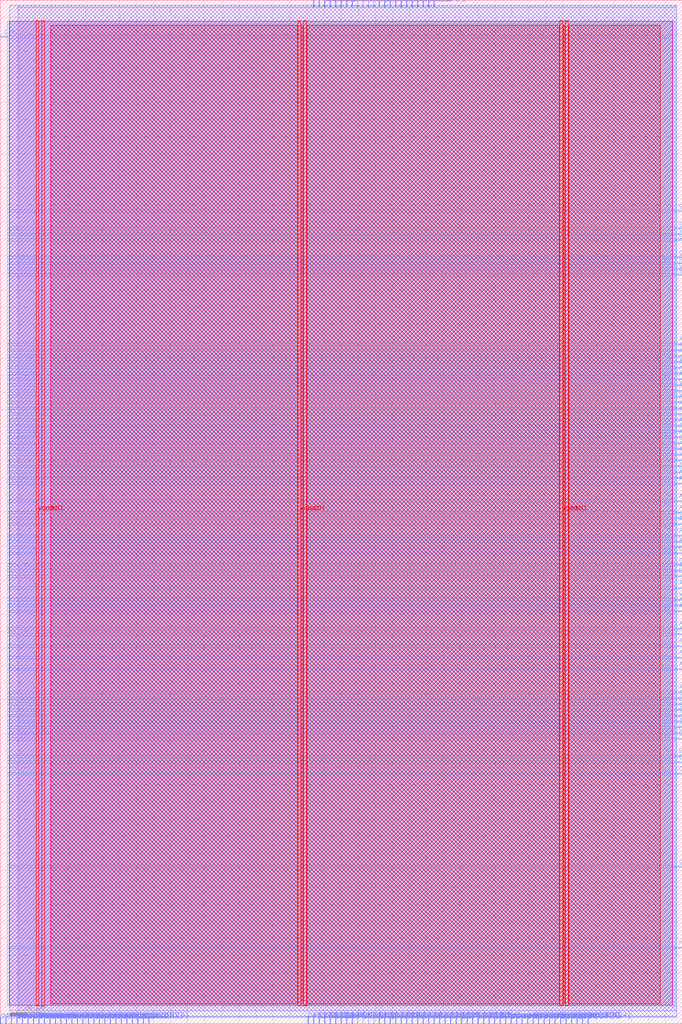
<source format=lef>
VERSION 5.7 ;
  NOWIREEXTENSIONATPIN ON ;
  DIVIDERCHAR "/" ;
  BUSBITCHARS "[]" ;
MACRO team_02
  CLASS BLOCK ;
  FOREIGN team_02 ;
  ORIGIN 0.000 0.000 ;
  SIZE 400.000 BY 600.000 ;
  PIN ACK_I
    DIRECTION INPUT ;
    USE SIGNAL ;
    ANTENNAGATEAREA 0.213000 ;
    ANTENNADIFFAREA 0.434700 ;
    PORT
      LAYER met3 ;
        RECT 396.000 193.840 400.000 194.440 ;
    END
  END ACK_I
  PIN ADR_O[0]
    DIRECTION OUTPUT ;
    USE SIGNAL ;
    ANTENNADIFFAREA 0.445500 ;
    PORT
      LAYER met3 ;
        RECT 396.000 255.040 400.000 255.640 ;
    END
  END ADR_O[0]
  PIN ADR_O[10]
    DIRECTION OUTPUT ;
    USE SIGNAL ;
    ANTENNADIFFAREA 0.445500 ;
    PORT
      LAYER met3 ;
        RECT 396.000 207.440 400.000 208.040 ;
    END
  END ADR_O[10]
  PIN ADR_O[11]
    DIRECTION OUTPUT ;
    USE SIGNAL ;
    ANTENNADIFFAREA 0.445500 ;
    PORT
      LAYER met3 ;
        RECT 396.000 231.240 400.000 231.840 ;
    END
  END ADR_O[11]
  PIN ADR_O[12]
    DIRECTION OUTPUT ;
    USE SIGNAL ;
    ANTENNADIFFAREA 0.445500 ;
    PORT
      LAYER met3 ;
        RECT 396.000 380.840 400.000 381.440 ;
    END
  END ADR_O[12]
  PIN ADR_O[13]
    DIRECTION OUTPUT ;
    USE SIGNAL ;
    ANTENNADIFFAREA 0.445500 ;
    PORT
      LAYER met3 ;
        RECT 396.000 333.240 400.000 333.840 ;
    END
  END ADR_O[13]
  PIN ADR_O[14]
    DIRECTION OUTPUT ;
    USE SIGNAL ;
    ANTENNADIFFAREA 0.445500 ;
    PORT
      LAYER met3 ;
        RECT 396.000 397.840 400.000 398.440 ;
    END
  END ADR_O[14]
  PIN ADR_O[15]
    DIRECTION OUTPUT ;
    USE SIGNAL ;
    ANTENNADIFFAREA 0.445500 ;
    PORT
      LAYER met3 ;
        RECT 396.000 265.240 400.000 265.840 ;
    END
  END ADR_O[15]
  PIN ADR_O[16]
    DIRECTION OUTPUT ;
    USE SIGNAL ;
    ANTENNADIFFAREA 0.445500 ;
    PORT
      LAYER met3 ;
        RECT 396.000 227.840 400.000 228.440 ;
    END
  END ADR_O[16]
  PIN ADR_O[17]
    DIRECTION OUTPUT ;
    USE SIGNAL ;
    ANTENNADIFFAREA 0.445500 ;
    PORT
      LAYER met3 ;
        RECT 396.000 221.040 400.000 221.640 ;
    END
  END ADR_O[17]
  PIN ADR_O[18]
    DIRECTION OUTPUT ;
    USE SIGNAL ;
    ANTENNADIFFAREA 0.445500 ;
    PORT
      LAYER met3 ;
        RECT 396.000 316.240 400.000 316.840 ;
    END
  END ADR_O[18]
  PIN ADR_O[19]
    DIRECTION OUTPUT ;
    USE SIGNAL ;
    ANTENNADIFFAREA 0.445500 ;
    PORT
      LAYER met3 ;
        RECT 396.000 299.240 400.000 299.840 ;
    END
  END ADR_O[19]
  PIN ADR_O[1]
    DIRECTION OUTPUT ;
    USE SIGNAL ;
    ANTENNADIFFAREA 0.445500 ;
    PORT
      LAYER met3 ;
        RECT 396.000 336.640 400.000 337.240 ;
    END
  END ADR_O[1]
  PIN ADR_O[20]
    DIRECTION OUTPUT ;
    USE SIGNAL ;
    ANTENNADIFFAREA 0.445500 ;
    PORT
      LAYER met3 ;
        RECT 396.000 319.640 400.000 320.240 ;
    END
  END ADR_O[20]
  PIN ADR_O[21]
    DIRECTION OUTPUT ;
    USE SIGNAL ;
    ANTENNADIFFAREA 0.445500 ;
    PORT
      LAYER met3 ;
        RECT 396.000 350.240 400.000 350.840 ;
    END
  END ADR_O[21]
  PIN ADR_O[22]
    DIRECTION OUTPUT ;
    USE SIGNAL ;
    ANTENNADIFFAREA 0.445500 ;
    PORT
      LAYER met3 ;
        RECT 396.000 357.040 400.000 357.640 ;
    END
  END ADR_O[22]
  PIN ADR_O[23]
    DIRECTION OUTPUT ;
    USE SIGNAL ;
    ANTENNADIFFAREA 0.445500 ;
    PORT
      LAYER met3 ;
        RECT 396.000 346.840 400.000 347.440 ;
    END
  END ADR_O[23]
  PIN ADR_O[24]
    DIRECTION OUTPUT ;
    USE SIGNAL ;
    ANTENNADIFFAREA 0.445500 ;
    PORT
      LAYER met3 ;
        RECT 396.000 394.440 400.000 395.040 ;
    END
  END ADR_O[24]
  PIN ADR_O[25]
    DIRECTION OUTPUT ;
    USE SIGNAL ;
    ANTENNADIFFAREA 0.445500 ;
    PORT
      LAYER met3 ;
        RECT 396.000 391.040 400.000 391.640 ;
    END
  END ADR_O[25]
  PIN ADR_O[26]
    DIRECTION OUTPUT ;
    USE SIGNAL ;
    ANTENNADIFFAREA 0.445500 ;
    PORT
      LAYER met3 ;
        RECT 396.000 384.240 400.000 384.840 ;
    END
  END ADR_O[26]
  PIN ADR_O[27]
    DIRECTION OUTPUT ;
    USE SIGNAL ;
    ANTENNADIFFAREA 0.445500 ;
    PORT
      LAYER met3 ;
        RECT 396.000 377.440 400.000 378.040 ;
    END
  END ADR_O[27]
  PIN ADR_O[28]
    DIRECTION OUTPUT ;
    USE SIGNAL ;
    ANTENNADIFFAREA 0.445500 ;
    PORT
      LAYER met3 ;
        RECT 396.000 343.440 400.000 344.040 ;
    END
  END ADR_O[28]
  PIN ADR_O[29]
    DIRECTION OUTPUT ;
    USE SIGNAL ;
    ANTENNADIFFAREA 0.445500 ;
    PORT
      LAYER met3 ;
        RECT 396.000 370.640 400.000 371.240 ;
    END
  END ADR_O[29]
  PIN ADR_O[2]
    DIRECTION OUTPUT ;
    USE SIGNAL ;
    ANTENNADIFFAREA 0.445500 ;
    PORT
      LAYER met3 ;
        RECT 396.000 292.440 400.000 293.040 ;
    END
  END ADR_O[2]
  PIN ADR_O[30]
    DIRECTION OUTPUT ;
    USE SIGNAL ;
    ANTENNADIFFAREA 0.445500 ;
    PORT
      LAYER met3 ;
        RECT 396.000 363.840 400.000 364.440 ;
    END
  END ADR_O[30]
  PIN ADR_O[31]
    DIRECTION OUTPUT ;
    USE SIGNAL ;
    ANTENNADIFFAREA 0.445500 ;
    PORT
      LAYER met3 ;
        RECT 396.000 360.440 400.000 361.040 ;
    END
  END ADR_O[31]
  PIN ADR_O[3]
    DIRECTION OUTPUT ;
    USE SIGNAL ;
    ANTENNADIFFAREA 0.445500 ;
    PORT
      LAYER met3 ;
        RECT 396.000 306.040 400.000 306.640 ;
    END
  END ADR_O[3]
  PIN ADR_O[4]
    DIRECTION OUTPUT ;
    USE SIGNAL ;
    ANTENNADIFFAREA 0.445500 ;
    PORT
      LAYER met3 ;
        RECT 396.000 329.840 400.000 330.440 ;
    END
  END ADR_O[4]
  PIN ADR_O[5]
    DIRECTION OUTPUT ;
    USE SIGNAL ;
    ANTENNADIFFAREA 0.445500 ;
    PORT
      LAYER met3 ;
        RECT 396.000 285.640 400.000 286.240 ;
    END
  END ADR_O[5]
  PIN ADR_O[6]
    DIRECTION OUTPUT ;
    USE SIGNAL ;
    ANTENNADIFFAREA 0.445500 ;
    PORT
      LAYER met3 ;
        RECT 396.000 244.840 400.000 245.440 ;
    END
  END ADR_O[6]
  PIN ADR_O[7]
    DIRECTION OUTPUT ;
    USE SIGNAL ;
    ANTENNADIFFAREA 0.445500 ;
    PORT
      LAYER met3 ;
        RECT 396.000 278.840 400.000 279.440 ;
    END
  END ADR_O[7]
  PIN ADR_O[8]
    DIRECTION OUTPUT ;
    USE SIGNAL ;
    ANTENNADIFFAREA 0.445500 ;
    PORT
      LAYER met3 ;
        RECT 396.000 241.440 400.000 242.040 ;
    END
  END ADR_O[8]
  PIN ADR_O[9]
    DIRECTION OUTPUT ;
    USE SIGNAL ;
    ANTENNADIFFAREA 0.445500 ;
    PORT
      LAYER met3 ;
        RECT 396.000 214.240 400.000 214.840 ;
    END
  END ADR_O[9]
  PIN CYC_O
    DIRECTION OUTPUT ;
    USE SIGNAL ;
    ANTENNADIFFAREA 0.445500 ;
    PORT
      LAYER met3 ;
        RECT 396.000 187.040 400.000 187.640 ;
    END
  END CYC_O
  PIN DAT_I[0]
    DIRECTION INPUT ;
    USE SIGNAL ;
    ANTENNAGATEAREA 0.196500 ;
    ANTENNADIFFAREA 0.434700 ;
    PORT
      LAYER met2 ;
        RECT 286.670 0.000 286.950 4.000 ;
    END
  END DAT_I[0]
  PIN DAT_I[10]
    DIRECTION INPUT ;
    USE SIGNAL ;
    ANTENNAGATEAREA 0.196500 ;
    ANTENNADIFFAREA 0.434700 ;
    PORT
      LAYER met2 ;
        RECT 283.450 0.000 283.730 4.000 ;
    END
  END DAT_I[10]
  PIN DAT_I[11]
    DIRECTION INPUT ;
    USE SIGNAL ;
    ANTENNAGATEAREA 0.196500 ;
    ANTENNADIFFAREA 0.434700 ;
    PORT
      LAYER met2 ;
        RECT 260.910 0.000 261.190 4.000 ;
    END
  END DAT_I[11]
  PIN DAT_I[12]
    DIRECTION INPUT ;
    USE SIGNAL ;
    ANTENNAGATEAREA 0.196500 ;
    ANTENNADIFFAREA 0.434700 ;
    PORT
      LAYER met2 ;
        RECT 273.790 0.000 274.070 4.000 ;
    END
  END DAT_I[12]
  PIN DAT_I[13]
    DIRECTION INPUT ;
    USE SIGNAL ;
    ANTENNAGATEAREA 0.196500 ;
    ANTENNADIFFAREA 0.434700 ;
    PORT
      LAYER met2 ;
        RECT 267.350 0.000 267.630 4.000 ;
    END
  END DAT_I[13]
  PIN DAT_I[14]
    DIRECTION INPUT ;
    USE SIGNAL ;
    ANTENNAGATEAREA 0.196500 ;
    ANTENNADIFFAREA 0.434700 ;
    PORT
      LAYER met2 ;
        RECT 264.130 0.000 264.410 4.000 ;
    END
  END DAT_I[14]
  PIN DAT_I[15]
    DIRECTION INPUT ;
    USE SIGNAL ;
    ANTENNAGATEAREA 0.196500 ;
    ANTENNADIFFAREA 0.434700 ;
    PORT
      LAYER met2 ;
        RECT 241.590 0.000 241.870 4.000 ;
    END
  END DAT_I[15]
  PIN DAT_I[16]
    DIRECTION INPUT ;
    USE SIGNAL ;
    ANTENNAGATEAREA 0.196500 ;
    ANTENNADIFFAREA 0.434700 ;
    PORT
      LAYER met2 ;
        RECT 225.490 0.000 225.770 4.000 ;
    END
  END DAT_I[16]
  PIN DAT_I[17]
    DIRECTION INPUT ;
    USE SIGNAL ;
    ANTENNAGATEAREA 0.196500 ;
    ANTENNADIFFAREA 0.434700 ;
    PORT
      LAYER met2 ;
        RECT 180.410 0.000 180.690 4.000 ;
    END
  END DAT_I[17]
  PIN DAT_I[18]
    DIRECTION INPUT ;
    USE SIGNAL ;
    ANTENNAGATEAREA 0.196500 ;
    ANTENNADIFFAREA 0.434700 ;
    PORT
      LAYER met2 ;
        RECT 193.290 0.000 193.570 4.000 ;
    END
  END DAT_I[18]
  PIN DAT_I[19]
    DIRECTION INPUT ;
    USE SIGNAL ;
    ANTENNAGATEAREA 0.196500 ;
    ANTENNADIFFAREA 0.434700 ;
    PORT
      LAYER met2 ;
        RECT 186.850 0.000 187.130 4.000 ;
    END
  END DAT_I[19]
  PIN DAT_I[1]
    DIRECTION INPUT ;
    USE SIGNAL ;
    ANTENNAGATEAREA 0.196500 ;
    ANTENNADIFFAREA 0.434700 ;
    PORT
      LAYER met3 ;
        RECT 396.000 156.440 400.000 157.040 ;
    END
  END DAT_I[1]
  PIN DAT_I[20]
    DIRECTION INPUT ;
    USE SIGNAL ;
    ANTENNAGATEAREA 0.196500 ;
    ANTENNADIFFAREA 0.434700 ;
    PORT
      LAYER met2 ;
        RECT 219.050 0.000 219.330 4.000 ;
    END
  END DAT_I[20]
  PIN DAT_I[21]
    DIRECTION INPUT ;
    USE SIGNAL ;
    ANTENNAGATEAREA 0.196500 ;
    ANTENNADIFFAREA 0.434700 ;
    PORT
      LAYER met2 ;
        RECT 209.390 0.000 209.670 4.000 ;
    END
  END DAT_I[21]
  PIN DAT_I[22]
    DIRECTION INPUT ;
    USE SIGNAL ;
    ANTENNAGATEAREA 0.196500 ;
    ANTENNADIFFAREA 0.434700 ;
    PORT
      LAYER met2 ;
        RECT 222.270 0.000 222.550 4.000 ;
    END
  END DAT_I[22]
  PIN DAT_I[23]
    DIRECTION INPUT ;
    USE SIGNAL ;
    ANTENNAGATEAREA 0.196500 ;
    ANTENNADIFFAREA 0.434700 ;
    PORT
      LAYER met2 ;
        RECT 183.630 0.000 183.910 4.000 ;
    END
  END DAT_I[23]
  PIN DAT_I[24]
    DIRECTION INPUT ;
    USE SIGNAL ;
    ANTENNAGATEAREA 0.196500 ;
    ANTENNADIFFAREA 0.434700 ;
    PORT
      LAYER met2 ;
        RECT 190.070 0.000 190.350 4.000 ;
    END
  END DAT_I[24]
  PIN DAT_I[25]
    DIRECTION INPUT ;
    USE SIGNAL ;
    ANTENNAGATEAREA 0.196500 ;
    ANTENNADIFFAREA 0.434700 ;
    PORT
      LAYER met2 ;
        RECT 231.930 0.000 232.210 4.000 ;
    END
  END DAT_I[25]
  PIN DAT_I[26]
    DIRECTION INPUT ;
    USE SIGNAL ;
    ANTENNAGATEAREA 0.196500 ;
    ANTENNADIFFAREA 0.434700 ;
    PORT
      LAYER met2 ;
        RECT 238.370 0.000 238.650 4.000 ;
    END
  END DAT_I[26]
  PIN DAT_I[27]
    DIRECTION INPUT ;
    USE SIGNAL ;
    ANTENNAGATEAREA 0.196500 ;
    ANTENNADIFFAREA 0.434700 ;
    PORT
      LAYER met2 ;
        RECT 235.150 0.000 235.430 4.000 ;
    END
  END DAT_I[27]
  PIN DAT_I[28]
    DIRECTION INPUT ;
    USE SIGNAL ;
    ANTENNAGATEAREA 0.196500 ;
    ANTENNADIFFAREA 0.434700 ;
    PORT
      LAYER met2 ;
        RECT 251.250 0.000 251.530 4.000 ;
    END
  END DAT_I[28]
  PIN DAT_I[29]
    DIRECTION INPUT ;
    USE SIGNAL ;
    ANTENNAGATEAREA 0.196500 ;
    ANTENNADIFFAREA 0.434700 ;
    PORT
      LAYER met2 ;
        RECT 244.810 0.000 245.090 4.000 ;
    END
  END DAT_I[29]
  PIN DAT_I[2]
    DIRECTION INPUT ;
    USE SIGNAL ;
    ANTENNAGATEAREA 0.196500 ;
    ANTENNADIFFAREA 0.434700 ;
    PORT
      LAYER met2 ;
        RECT 277.010 0.000 277.290 4.000 ;
    END
  END DAT_I[2]
  PIN DAT_I[30]
    DIRECTION INPUT ;
    USE SIGNAL ;
    ANTENNAGATEAREA 0.196500 ;
    ANTENNADIFFAREA 0.434700 ;
    PORT
      LAYER met2 ;
        RECT 254.470 0.000 254.750 4.000 ;
    END
  END DAT_I[30]
  PIN DAT_I[31]
    DIRECTION INPUT ;
    USE SIGNAL ;
    ANTENNAGATEAREA 0.196500 ;
    ANTENNADIFFAREA 0.434700 ;
    PORT
      LAYER met2 ;
        RECT 248.030 0.000 248.310 4.000 ;
    END
  END DAT_I[31]
  PIN DAT_I[3]
    DIRECTION INPUT ;
    USE SIGNAL ;
    ANTENNAGATEAREA 0.196500 ;
    ANTENNADIFFAREA 0.434700 ;
    PORT
      LAYER met3 ;
        RECT 396.000 166.640 400.000 167.240 ;
    END
  END DAT_I[3]
  PIN DAT_I[4]
    DIRECTION INPUT ;
    USE SIGNAL ;
    ANTENNAGATEAREA 0.196500 ;
    ANTENNADIFFAREA 0.434700 ;
    PORT
      LAYER met3 ;
        RECT 396.000 170.040 400.000 170.640 ;
    END
  END DAT_I[4]
  PIN DAT_I[5]
    DIRECTION INPUT ;
    USE SIGNAL ;
    ANTENNAGATEAREA 0.196500 ;
    ANTENNADIFFAREA 0.434700 ;
    PORT
      LAYER met3 ;
        RECT 396.000 153.040 400.000 153.640 ;
    END
  END DAT_I[5]
  PIN DAT_I[6]
    DIRECTION INPUT ;
    USE SIGNAL ;
    ANTENNAGATEAREA 0.196500 ;
    ANTENNADIFFAREA 0.434700 ;
    PORT
      LAYER met3 ;
        RECT 396.000 146.240 400.000 146.840 ;
    END
  END DAT_I[6]
  PIN DAT_I[7]
    DIRECTION INPUT ;
    USE SIGNAL ;
    ANTENNAGATEAREA 0.196500 ;
    ANTENNADIFFAREA 0.434700 ;
    PORT
      LAYER met2 ;
        RECT 257.690 0.000 257.970 4.000 ;
    END
  END DAT_I[7]
  PIN DAT_I[8]
    DIRECTION INPUT ;
    USE SIGNAL ;
    ANTENNAGATEAREA 0.196500 ;
    ANTENNADIFFAREA 0.434700 ;
    PORT
      LAYER met2 ;
        RECT 344.630 0.000 344.910 4.000 ;
    END
  END DAT_I[8]
  PIN DAT_I[9]
    DIRECTION INPUT ;
    USE SIGNAL ;
    ANTENNAGATEAREA 0.196500 ;
    ANTENNADIFFAREA 0.434700 ;
    PORT
      LAYER met2 ;
        RECT 280.230 0.000 280.510 4.000 ;
    END
  END DAT_I[9]
  PIN DAT_O[0]
    DIRECTION OUTPUT ;
    USE SIGNAL ;
    ANTENNADIFFAREA 0.795200 ;
    PORT
      LAYER met2 ;
        RECT 254.470 596.000 254.750 600.000 ;
    END
  END DAT_O[0]
  PIN DAT_O[10]
    DIRECTION OUTPUT ;
    USE SIGNAL ;
    ANTENNADIFFAREA 0.445500 ;
    PORT
      LAYER met2 ;
        RECT 228.710 0.000 228.990 4.000 ;
    END
  END DAT_O[10]
  PIN DAT_O[11]
    DIRECTION OUTPUT ;
    USE SIGNAL ;
    ANTENNADIFFAREA 0.445500 ;
    PORT
      LAYER met2 ;
        RECT 215.830 0.000 216.110 4.000 ;
    END
  END DAT_O[11]
  PIN DAT_O[12]
    DIRECTION OUTPUT ;
    USE SIGNAL ;
    ANTENNADIFFAREA 0.795200 ;
    PORT
      LAYER met2 ;
        RECT 183.630 596.000 183.910 600.000 ;
    END
  END DAT_O[12]
  PIN DAT_O[13]
    DIRECTION OUTPUT ;
    USE SIGNAL ;
    ANTENNADIFFAREA 0.795200 ;
    PORT
      LAYER met2 ;
        RECT 228.710 596.000 228.990 600.000 ;
    END
  END DAT_O[13]
  PIN DAT_O[14]
    DIRECTION OUTPUT ;
    USE SIGNAL ;
    ANTENNADIFFAREA 0.795200 ;
    PORT
      LAYER met2 ;
        RECT 193.290 596.000 193.570 600.000 ;
    END
  END DAT_O[14]
  PIN DAT_O[15]
    DIRECTION OUTPUT ;
    USE SIGNAL ;
    ANTENNADIFFAREA 0.445500 ;
    PORT
      LAYER met3 ;
        RECT 396.000 261.840 400.000 262.440 ;
    END
  END DAT_O[15]
  PIN DAT_O[16]
    DIRECTION OUTPUT ;
    USE SIGNAL ;
    ANTENNADIFFAREA 0.795200 ;
    PORT
      LAYER met2 ;
        RECT 206.170 596.000 206.450 600.000 ;
    END
  END DAT_O[16]
  PIN DAT_O[17]
    DIRECTION OUTPUT ;
    USE SIGNAL ;
    ANTENNADIFFAREA 0.795200 ;
    PORT
      LAYER met2 ;
        RECT 186.850 596.000 187.130 600.000 ;
    END
  END DAT_O[17]
  PIN DAT_O[18]
    DIRECTION OUTPUT ;
    USE SIGNAL ;
    ANTENNADIFFAREA 0.795200 ;
    PORT
      LAYER met2 ;
        RECT 222.270 596.000 222.550 600.000 ;
    END
  END DAT_O[18]
  PIN DAT_O[19]
    DIRECTION OUTPUT ;
    USE SIGNAL ;
    ANTENNADIFFAREA 0.795200 ;
    PORT
      LAYER met2 ;
        RECT 202.950 596.000 203.230 600.000 ;
    END
  END DAT_O[19]
  PIN DAT_O[1]
    DIRECTION OUTPUT ;
    USE SIGNAL ;
    ANTENNADIFFAREA 0.795200 ;
    PORT
      LAYER met2 ;
        RECT 209.390 596.000 209.670 600.000 ;
    END
  END DAT_O[1]
  PIN DAT_O[20]
    DIRECTION OUTPUT ;
    USE SIGNAL ;
    ANTENNADIFFAREA 0.795200 ;
    PORT
      LAYER met2 ;
        RECT 199.730 596.000 200.010 600.000 ;
    END
  END DAT_O[20]
  PIN DAT_O[21]
    DIRECTION OUTPUT ;
    USE SIGNAL ;
    ANTENNADIFFAREA 0.795200 ;
    PORT
      LAYER met2 ;
        RECT 215.830 596.000 216.110 600.000 ;
    END
  END DAT_O[21]
  PIN DAT_O[22]
    DIRECTION OUTPUT ;
    USE SIGNAL ;
    ANTENNADIFFAREA 0.795200 ;
    PORT
      LAYER met2 ;
        RECT 241.590 596.000 241.870 600.000 ;
    END
  END DAT_O[22]
  PIN DAT_O[23]
    DIRECTION OUTPUT ;
    USE SIGNAL ;
    ANTENNADIFFAREA 0.795200 ;
    PORT
      LAYER met2 ;
        RECT 196.510 596.000 196.790 600.000 ;
    END
  END DAT_O[23]
  PIN DAT_O[24]
    DIRECTION OUTPUT ;
    USE SIGNAL ;
    ANTENNADIFFAREA 0.795200 ;
    PORT
      LAYER met2 ;
        RECT 225.490 596.000 225.770 600.000 ;
    END
  END DAT_O[24]
  PIN DAT_O[25]
    DIRECTION OUTPUT ;
    USE SIGNAL ;
    ANTENNADIFFAREA 0.795200 ;
    PORT
      LAYER met2 ;
        RECT 219.050 596.000 219.330 600.000 ;
    END
  END DAT_O[25]
  PIN DAT_O[26]
    DIRECTION OUTPUT ;
    USE SIGNAL ;
    ANTENNADIFFAREA 0.795200 ;
    PORT
      LAYER met2 ;
        RECT 251.250 596.000 251.530 600.000 ;
    END
  END DAT_O[26]
  PIN DAT_O[27]
    DIRECTION OUTPUT ;
    USE SIGNAL ;
    ANTENNADIFFAREA 0.795200 ;
    PORT
      LAYER met2 ;
        RECT 235.150 596.000 235.430 600.000 ;
    END
  END DAT_O[27]
  PIN DAT_O[28]
    DIRECTION OUTPUT ;
    USE SIGNAL ;
    ANTENNADIFFAREA 0.795200 ;
    PORT
      LAYER met2 ;
        RECT 248.030 596.000 248.310 600.000 ;
    END
  END DAT_O[28]
  PIN DAT_O[29]
    DIRECTION OUTPUT ;
    USE SIGNAL ;
    ANTENNADIFFAREA 0.795200 ;
    PORT
      LAYER met2 ;
        RECT 238.370 596.000 238.650 600.000 ;
    END
  END DAT_O[29]
  PIN DAT_O[2]
    DIRECTION OUTPUT ;
    USE SIGNAL ;
    ANTENNADIFFAREA 0.445500 ;
    PORT
      LAYER met2 ;
        RECT 199.730 0.000 200.010 4.000 ;
    END
  END DAT_O[2]
  PIN DAT_O[30]
    DIRECTION OUTPUT ;
    USE SIGNAL ;
    ANTENNADIFFAREA 0.795200 ;
    PORT
      LAYER met2 ;
        RECT 231.930 596.000 232.210 600.000 ;
    END
  END DAT_O[30]
  PIN DAT_O[31]
    DIRECTION OUTPUT ;
    USE SIGNAL ;
    ANTENNADIFFAREA 0.795200 ;
    PORT
      LAYER met2 ;
        RECT 212.610 596.000 212.890 600.000 ;
    END
  END DAT_O[31]
  PIN DAT_O[3]
    DIRECTION OUTPUT ;
    USE SIGNAL ;
    ANTENNADIFFAREA 0.795200 ;
    PORT
      LAYER met2 ;
        RECT 244.810 596.000 245.090 600.000 ;
    END
  END DAT_O[3]
  PIN DAT_O[4]
    DIRECTION OUTPUT ;
    USE SIGNAL ;
    ANTENNADIFFAREA 0.795200 ;
    PORT
      LAYER met2 ;
        RECT 190.070 596.000 190.350 600.000 ;
    END
  END DAT_O[4]
  PIN DAT_O[5]
    DIRECTION OUTPUT ;
    USE SIGNAL ;
    ANTENNADIFFAREA 0.445500 ;
    PORT
      LAYER met3 ;
        RECT 396.000 275.440 400.000 276.040 ;
    END
  END DAT_O[5]
  PIN DAT_O[6]
    DIRECTION OUTPUT ;
    USE SIGNAL ;
    ANTENNADIFFAREA 0.445500 ;
    PORT
      LAYER met2 ;
        RECT 212.610 0.000 212.890 4.000 ;
    END
  END DAT_O[6]
  PIN DAT_O[7]
    DIRECTION OUTPUT ;
    USE SIGNAL ;
    ANTENNADIFFAREA 0.445500 ;
    PORT
      LAYER met2 ;
        RECT 196.510 0.000 196.790 4.000 ;
    END
  END DAT_O[7]
  PIN DAT_O[8]
    DIRECTION OUTPUT ;
    USE SIGNAL ;
    ANTENNADIFFAREA 0.445500 ;
    PORT
      LAYER met3 ;
        RECT 396.000 340.040 400.000 340.640 ;
    END
  END DAT_O[8]
  PIN DAT_O[9]
    DIRECTION OUTPUT ;
    USE SIGNAL ;
    ANTENNADIFFAREA 0.445500 ;
    PORT
      LAYER met2 ;
        RECT 206.170 0.000 206.450 4.000 ;
    END
  END DAT_O[9]
  PIN SEL_O[0]
    DIRECTION OUTPUT ;
    USE SIGNAL ;
    ANTENNADIFFAREA 0.445500 ;
    PORT
      LAYER met3 ;
        RECT 396.000 180.240 400.000 180.840 ;
    END
  END SEL_O[0]
  PIN SEL_O[1]
    DIRECTION OUTPUT ;
    USE SIGNAL ;
    ANTENNADIFFAREA 0.445500 ;
    PORT
      LAYER met3 ;
        RECT 396.000 173.440 400.000 174.040 ;
    END
  END SEL_O[1]
  PIN SEL_O[2]
    DIRECTION OUTPUT ;
    USE SIGNAL ;
    ANTENNADIFFAREA 0.445500 ;
    PORT
      LAYER met3 ;
        RECT 396.000 190.440 400.000 191.040 ;
    END
  END SEL_O[2]
  PIN SEL_O[3]
    DIRECTION OUTPUT ;
    USE SIGNAL ;
    ANTENNADIFFAREA 0.445500 ;
    PORT
      LAYER met3 ;
        RECT 396.000 176.840 400.000 177.440 ;
    END
  END SEL_O[3]
  PIN STB_O
    DIRECTION OUTPUT ;
    USE SIGNAL ;
    ANTENNADIFFAREA 0.445500 ;
    PORT
      LAYER met3 ;
        RECT 396.000 183.640 400.000 184.240 ;
    END
  END STB_O
  PIN WE_O
    DIRECTION OUTPUT ;
    USE SIGNAL ;
    ANTENNADIFFAREA 0.445500 ;
    PORT
      LAYER met3 ;
        RECT 396.000 248.240 400.000 248.840 ;
    END
  END WE_O
  PIN clk
    DIRECTION INPUT ;
    USE SIGNAL ;
    ANTENNAGATEAREA 0.852000 ;
    ANTENNADIFFAREA 0.434700 ;
    PORT
      LAYER met3 ;
        RECT 0.000 578.040 4.000 578.640 ;
    END
  END clk
  PIN en
    DIRECTION INPUT ;
    USE SIGNAL ;
    ANTENNAGATEAREA 0.213000 ;
    ANTENNADIFFAREA 0.434700 ;
    PORT
      LAYER met2 ;
        RECT 202.950 0.000 203.230 4.000 ;
    END
  END en
  PIN gpio_in[0]
    DIRECTION INPUT ;
    USE SIGNAL ;
    PORT
      LAYER met2 ;
        RECT 0.090 0.000 0.370 4.000 ;
    END
  END gpio_in[0]
  PIN gpio_in[10]
    DIRECTION INPUT ;
    USE SIGNAL ;
    PORT
      LAYER met2 ;
        RECT 3.310 0.000 3.590 4.000 ;
    END
  END gpio_in[10]
  PIN gpio_in[11]
    DIRECTION INPUT ;
    USE SIGNAL ;
    PORT
      LAYER met2 ;
        RECT 6.530 0.000 6.810 4.000 ;
    END
  END gpio_in[11]
  PIN gpio_in[12]
    DIRECTION INPUT ;
    USE SIGNAL ;
    PORT
      LAYER met2 ;
        RECT 9.750 0.000 10.030 4.000 ;
    END
  END gpio_in[12]
  PIN gpio_in[13]
    DIRECTION INPUT ;
    USE SIGNAL ;
    PORT
      LAYER met2 ;
        RECT 12.970 0.000 13.250 4.000 ;
    END
  END gpio_in[13]
  PIN gpio_in[14]
    DIRECTION INPUT ;
    USE SIGNAL ;
    PORT
      LAYER met2 ;
        RECT 16.190 0.000 16.470 4.000 ;
    END
  END gpio_in[14]
  PIN gpio_in[15]
    DIRECTION INPUT ;
    USE SIGNAL ;
    ANTENNAGATEAREA 0.196500 ;
    ANTENNADIFFAREA 0.434700 ;
    PORT
      LAYER met3 ;
        RECT 396.000 448.840 400.000 449.440 ;
    END
  END gpio_in[15]
  PIN gpio_in[16]
    DIRECTION INPUT ;
    USE SIGNAL ;
    ANTENNAGATEAREA 0.196500 ;
    ANTENNADIFFAREA 0.434700 ;
    PORT
      LAYER met3 ;
        RECT 396.000 442.040 400.000 442.640 ;
    END
  END gpio_in[16]
  PIN gpio_in[17]
    DIRECTION INPUT ;
    USE SIGNAL ;
    ANTENNAGATEAREA 0.196500 ;
    ANTENNADIFFAREA 0.434700 ;
    PORT
      LAYER met3 ;
        RECT 396.000 445.440 400.000 446.040 ;
    END
  END gpio_in[17]
  PIN gpio_in[18]
    DIRECTION INPUT ;
    USE SIGNAL ;
    ANTENNAGATEAREA 0.196500 ;
    ANTENNADIFFAREA 0.434700 ;
    PORT
      LAYER met3 ;
        RECT 396.000 438.640 400.000 439.240 ;
    END
  END gpio_in[18]
  PIN gpio_in[19]
    DIRECTION INPUT ;
    USE SIGNAL ;
    PORT
      LAYER met2 ;
        RECT 19.410 0.000 19.690 4.000 ;
    END
  END gpio_in[19]
  PIN gpio_in[1]
    DIRECTION INPUT ;
    USE SIGNAL ;
    PORT
      LAYER met2 ;
        RECT 22.630 0.000 22.910 4.000 ;
    END
  END gpio_in[1]
  PIN gpio_in[20]
    DIRECTION INPUT ;
    USE SIGNAL ;
    PORT
      LAYER met2 ;
        RECT 25.850 0.000 26.130 4.000 ;
    END
  END gpio_in[20]
  PIN gpio_in[21]
    DIRECTION INPUT ;
    USE SIGNAL ;
    PORT
      LAYER met2 ;
        RECT 29.070 0.000 29.350 4.000 ;
    END
  END gpio_in[21]
  PIN gpio_in[22]
    DIRECTION INPUT ;
    USE SIGNAL ;
    PORT
      LAYER met2 ;
        RECT 32.290 0.000 32.570 4.000 ;
    END
  END gpio_in[22]
  PIN gpio_in[23]
    DIRECTION INPUT ;
    USE SIGNAL ;
    PORT
      LAYER met2 ;
        RECT 35.510 0.000 35.790 4.000 ;
    END
  END gpio_in[23]
  PIN gpio_in[24]
    DIRECTION INPUT ;
    USE SIGNAL ;
    PORT
      LAYER met2 ;
        RECT 38.730 0.000 39.010 4.000 ;
    END
  END gpio_in[24]
  PIN gpio_in[25]
    DIRECTION INPUT ;
    USE SIGNAL ;
    PORT
      LAYER met2 ;
        RECT 41.950 0.000 42.230 4.000 ;
    END
  END gpio_in[25]
  PIN gpio_in[26]
    DIRECTION INPUT ;
    USE SIGNAL ;
    PORT
      LAYER met2 ;
        RECT 45.170 0.000 45.450 4.000 ;
    END
  END gpio_in[26]
  PIN gpio_in[27]
    DIRECTION INPUT ;
    USE SIGNAL ;
    PORT
      LAYER met2 ;
        RECT 48.390 0.000 48.670 4.000 ;
    END
  END gpio_in[27]
  PIN gpio_in[28]
    DIRECTION INPUT ;
    USE SIGNAL ;
    PORT
      LAYER met2 ;
        RECT 51.610 0.000 51.890 4.000 ;
    END
  END gpio_in[28]
  PIN gpio_in[29]
    DIRECTION INPUT ;
    USE SIGNAL ;
    PORT
      LAYER met2 ;
        RECT 54.830 0.000 55.110 4.000 ;
    END
  END gpio_in[29]
  PIN gpio_in[2]
    DIRECTION INPUT ;
    USE SIGNAL ;
    PORT
      LAYER met2 ;
        RECT 58.050 0.000 58.330 4.000 ;
    END
  END gpio_in[2]
  PIN gpio_in[30]
    DIRECTION INPUT ;
    USE SIGNAL ;
    PORT
      LAYER met2 ;
        RECT 61.270 0.000 61.550 4.000 ;
    END
  END gpio_in[30]
  PIN gpio_in[31]
    DIRECTION INPUT ;
    USE SIGNAL ;
    PORT
      LAYER met2 ;
        RECT 64.490 0.000 64.770 4.000 ;
    END
  END gpio_in[31]
  PIN gpio_in[3]
    DIRECTION INPUT ;
    USE SIGNAL ;
    PORT
      LAYER met2 ;
        RECT 67.710 0.000 67.990 4.000 ;
    END
  END gpio_in[3]
  PIN gpio_in[4]
    DIRECTION INPUT ;
    USE SIGNAL ;
    PORT
      LAYER met2 ;
        RECT 70.930 0.000 71.210 4.000 ;
    END
  END gpio_in[4]
  PIN gpio_in[5]
    DIRECTION INPUT ;
    USE SIGNAL ;
    PORT
      LAYER met2 ;
        RECT 74.150 0.000 74.430 4.000 ;
    END
  END gpio_in[5]
  PIN gpio_in[6]
    DIRECTION INPUT ;
    USE SIGNAL ;
    PORT
      LAYER met2 ;
        RECT 77.370 0.000 77.650 4.000 ;
    END
  END gpio_in[6]
  PIN gpio_in[7]
    DIRECTION INPUT ;
    USE SIGNAL ;
    PORT
      LAYER met2 ;
        RECT 80.590 0.000 80.870 4.000 ;
    END
  END gpio_in[7]
  PIN gpio_in[8]
    DIRECTION INPUT ;
    USE SIGNAL ;
    PORT
      LAYER met2 ;
        RECT 83.810 0.000 84.090 4.000 ;
    END
  END gpio_in[8]
  PIN gpio_in[9]
    DIRECTION INPUT ;
    USE SIGNAL ;
    PORT
      LAYER met2 ;
        RECT 87.030 0.000 87.310 4.000 ;
    END
  END gpio_in[9]
  PIN gpio_out[0]
    DIRECTION OUTPUT ;
    USE SIGNAL ;
    ANTENNADIFFAREA 0.445500 ;
    PORT
      LAYER met3 ;
        RECT 396.000 387.640 400.000 388.240 ;
    END
  END gpio_out[0]
  PIN gpio_out[10]
    DIRECTION OUTPUT ;
    USE SIGNAL ;
    ANTENNADIFFAREA 0.445500 ;
    PORT
      LAYER met3 ;
        RECT 396.000 282.240 400.000 282.840 ;
    END
  END gpio_out[10]
  PIN gpio_out[11]
    DIRECTION OUTPUT ;
    USE SIGNAL ;
    ANTENNADIFFAREA 0.445500 ;
    PORT
      LAYER met3 ;
        RECT 396.000 326.440 400.000 327.040 ;
    END
  END gpio_out[11]
  PIN gpio_out[12]
    DIRECTION OUTPUT ;
    USE SIGNAL ;
    ANTENNADIFFAREA 0.445500 ;
    PORT
      LAYER met3 ;
        RECT 396.000 353.640 400.000 354.240 ;
    END
  END gpio_out[12]
  PIN gpio_out[13]
    DIRECTION OUTPUT ;
    USE SIGNAL ;
    ANTENNADIFFAREA 0.445500 ;
    PORT
      LAYER met3 ;
        RECT 396.000 374.040 400.000 374.640 ;
    END
  END gpio_out[13]
  PIN gpio_out[14]
    DIRECTION OUTPUT ;
    USE SIGNAL ;
    ANTENNADIFFAREA 0.445500 ;
    PORT
      LAYER met3 ;
        RECT 396.000 367.240 400.000 367.840 ;
    END
  END gpio_out[14]
  PIN gpio_out[15]
    DIRECTION OUTPUT ;
    USE SIGNAL ;
    ANTENNADIFFAREA 0.445500 ;
    PORT
      LAYER met2 ;
        RECT 296.330 0.000 296.610 4.000 ;
    END
  END gpio_out[15]
  PIN gpio_out[16]
    DIRECTION OUTPUT ;
    USE SIGNAL ;
    ANTENNADIFFAREA 0.445500 ;
    PORT
      LAYER met2 ;
        RECT 325.310 0.000 325.590 4.000 ;
    END
  END gpio_out[16]
  PIN gpio_out[17]
    DIRECTION OUTPUT ;
    USE SIGNAL ;
    ANTENNADIFFAREA 0.445500 ;
    PORT
      LAYER met2 ;
        RECT 302.770 0.000 303.050 4.000 ;
    END
  END gpio_out[17]
  PIN gpio_out[18]
    DIRECTION OUTPUT ;
    USE SIGNAL ;
    ANTENNADIFFAREA 0.445500 ;
    PORT
      LAYER met2 ;
        RECT 334.970 0.000 335.250 4.000 ;
    END
  END gpio_out[18]
  PIN gpio_out[19]
    DIRECTION OUTPUT ;
    USE SIGNAL ;
    ANTENNADIFFAREA 0.445500 ;
    PORT
      LAYER met3 ;
        RECT 396.000 465.840 400.000 466.440 ;
    END
  END gpio_out[19]
  PIN gpio_out[1]
    DIRECTION OUTPUT ;
    USE SIGNAL ;
    ANTENNADIFFAREA 0.445500 ;
    PORT
      LAYER met2 ;
        RECT 315.650 0.000 315.930 4.000 ;
    END
  END gpio_out[1]
  PIN gpio_out[20]
    DIRECTION OUTPUT ;
    USE SIGNAL ;
    ANTENNADIFFAREA 0.445500 ;
    PORT
      LAYER met3 ;
        RECT 396.000 476.040 400.000 476.640 ;
    END
  END gpio_out[20]
  PIN gpio_out[21]
    DIRECTION OUTPUT ;
    USE SIGNAL ;
    ANTENNADIFFAREA 0.445500 ;
    PORT
      LAYER met3 ;
        RECT 396.000 462.440 400.000 463.040 ;
    END
  END gpio_out[21]
  PIN gpio_out[22]
    DIRECTION OUTPUT ;
    USE SIGNAL ;
    ANTENNADIFFAREA 0.445500 ;
    PORT
      LAYER met3 ;
        RECT 396.000 459.040 400.000 459.640 ;
    END
  END gpio_out[22]
  PIN gpio_out[23]
    DIRECTION OUTPUT ;
    USE SIGNAL ;
    ANTENNADIFFAREA 0.445500 ;
    PORT
      LAYER met2 ;
        RECT 328.530 0.000 328.810 4.000 ;
    END
  END gpio_out[23]
  PIN gpio_out[24]
    DIRECTION OUTPUT ;
    USE SIGNAL ;
    ANTENNADIFFAREA 0.445500 ;
    PORT
      LAYER met2 ;
        RECT 341.410 0.000 341.690 4.000 ;
    END
  END gpio_out[24]
  PIN gpio_out[25]
    DIRECTION OUTPUT ;
    USE SIGNAL ;
    ANTENNADIFFAREA 0.445500 ;
    PORT
      LAYER met2 ;
        RECT 270.570 0.000 270.850 4.000 ;
    END
  END gpio_out[25]
  PIN gpio_out[26]
    DIRECTION OUTPUT ;
    USE SIGNAL ;
    ANTENNADIFFAREA 0.445500 ;
    PORT
      LAYER met2 ;
        RECT 318.870 0.000 319.150 4.000 ;
    END
  END gpio_out[26]
  PIN gpio_out[27]
    DIRECTION OUTPUT ;
    USE SIGNAL ;
    ANTENNADIFFAREA 0.445500 ;
    PORT
      LAYER met2 ;
        RECT 331.750 0.000 332.030 4.000 ;
    END
  END gpio_out[27]
  PIN gpio_out[28]
    DIRECTION OUTPUT ;
    USE SIGNAL ;
    ANTENNADIFFAREA 0.445500 ;
    PORT
      LAYER met2 ;
        RECT 309.210 0.000 309.490 4.000 ;
    END
  END gpio_out[28]
  PIN gpio_out[29]
    DIRECTION OUTPUT ;
    USE SIGNAL ;
    ANTENNADIFFAREA 0.445500 ;
    PORT
      LAYER met2 ;
        RECT 299.550 0.000 299.830 4.000 ;
    END
  END gpio_out[29]
  PIN gpio_out[2]
    DIRECTION OUTPUT ;
    USE SIGNAL ;
    ANTENNADIFFAREA 0.445500 ;
    PORT
      LAYER met2 ;
        RECT 338.190 0.000 338.470 4.000 ;
    END
  END gpio_out[2]
  PIN gpio_out[30]
    DIRECTION OUTPUT ;
    USE SIGNAL ;
    ANTENNADIFFAREA 0.445500 ;
    PORT
      LAYER met2 ;
        RECT 293.110 0.000 293.390 4.000 ;
    END
  END gpio_out[30]
  PIN gpio_out[31]
    DIRECTION OUTPUT ;
    USE SIGNAL ;
    ANTENNADIFFAREA 0.445500 ;
    PORT
      LAYER met2 ;
        RECT 322.090 0.000 322.370 4.000 ;
    END
  END gpio_out[31]
  PIN gpio_out[3]
    DIRECTION OUTPUT ;
    USE SIGNAL ;
    ANTENNADIFFAREA 0.445500 ;
    PORT
      LAYER met2 ;
        RECT 312.430 0.000 312.710 4.000 ;
    END
  END gpio_out[3]
  PIN gpio_out[4]
    DIRECTION OUTPUT ;
    USE SIGNAL ;
    ANTENNADIFFAREA 0.445500 ;
    PORT
      LAYER met2 ;
        RECT 289.890 0.000 290.170 4.000 ;
    END
  END gpio_out[4]
  PIN gpio_out[5]
    DIRECTION OUTPUT ;
    USE SIGNAL ;
    ANTENNADIFFAREA 0.445500 ;
    PORT
      LAYER met2 ;
        RECT 305.990 0.000 306.270 4.000 ;
    END
  END gpio_out[5]
  PIN gpio_out[6]
    DIRECTION OUTPUT ;
    USE SIGNAL ;
    ANTENNADIFFAREA 0.445500 ;
    PORT
      LAYER met3 ;
        RECT 396.000 91.840 400.000 92.440 ;
    END
  END gpio_out[6]
  PIN gpio_out[7]
    DIRECTION OUTPUT ;
    USE SIGNAL ;
    ANTENNADIFFAREA 0.445500 ;
    PORT
      LAYER met3 ;
        RECT 396.000 323.040 400.000 323.640 ;
    END
  END gpio_out[7]
  PIN gpio_out[8]
    DIRECTION OUTPUT ;
    USE SIGNAL ;
    ANTENNADIFFAREA 0.445500 ;
    PORT
      LAYER met3 ;
        RECT 396.000 295.840 400.000 296.440 ;
    END
  END gpio_out[8]
  PIN gpio_out[9]
    DIRECTION OUTPUT ;
    USE SIGNAL ;
    ANTENNADIFFAREA 0.445500 ;
    PORT
      LAYER met3 ;
        RECT 396.000 268.640 400.000 269.240 ;
    END
  END gpio_out[9]
  PIN nrst
    DIRECTION INPUT ;
    USE SIGNAL ;
    ANTENNAGATEAREA 0.196500 ;
    ANTENNADIFFAREA 0.434700 ;
    PORT
      LAYER met3 ;
        RECT 396.000 44.240 400.000 44.840 ;
    END
  END nrst
  PIN vccd1
    DIRECTION INOUT ;
    USE POWER ;
    PORT
      LAYER met4 ;
        RECT 21.040 10.640 22.640 587.760 ;
    END
    PORT
      LAYER met4 ;
        RECT 174.640 10.640 176.240 587.760 ;
    END
    PORT
      LAYER met4 ;
        RECT 328.240 10.640 329.840 587.760 ;
    END
  END vccd1
  PIN vssd1
    DIRECTION INOUT ;
    USE GROUND ;
    PORT
      LAYER met4 ;
        RECT 24.340 10.640 25.940 587.760 ;
    END
    PORT
      LAYER met4 ;
        RECT 177.940 10.640 179.540 587.760 ;
    END
    PORT
      LAYER met4 ;
        RECT 331.540 10.640 333.140 587.760 ;
    END
  END vssd1
  OBS
      LAYER nwell ;
        RECT 5.330 10.795 394.410 587.605 ;
      LAYER li1 ;
        RECT 5.520 10.795 394.220 587.605 ;
      LAYER met1 ;
        RECT 5.520 7.520 396.910 597.000 ;
      LAYER met2 ;
        RECT 10.680 595.720 183.350 597.030 ;
        RECT 184.190 595.720 186.570 597.030 ;
        RECT 187.410 595.720 189.790 597.030 ;
        RECT 190.630 595.720 193.010 597.030 ;
        RECT 193.850 595.720 196.230 597.030 ;
        RECT 197.070 595.720 199.450 597.030 ;
        RECT 200.290 595.720 202.670 597.030 ;
        RECT 203.510 595.720 205.890 597.030 ;
        RECT 206.730 595.720 209.110 597.030 ;
        RECT 209.950 595.720 212.330 597.030 ;
        RECT 213.170 595.720 215.550 597.030 ;
        RECT 216.390 595.720 218.770 597.030 ;
        RECT 219.610 595.720 221.990 597.030 ;
        RECT 222.830 595.720 225.210 597.030 ;
        RECT 226.050 595.720 228.430 597.030 ;
        RECT 229.270 595.720 231.650 597.030 ;
        RECT 232.490 595.720 234.870 597.030 ;
        RECT 235.710 595.720 238.090 597.030 ;
        RECT 238.930 595.720 241.310 597.030 ;
        RECT 242.150 595.720 244.530 597.030 ;
        RECT 245.370 595.720 247.750 597.030 ;
        RECT 248.590 595.720 250.970 597.030 ;
        RECT 251.810 595.720 254.190 597.030 ;
        RECT 255.030 595.720 396.880 597.030 ;
        RECT 10.680 4.280 396.880 595.720 ;
        RECT 10.680 3.670 12.690 4.280 ;
        RECT 13.530 3.670 15.910 4.280 ;
        RECT 16.750 3.670 19.130 4.280 ;
        RECT 19.970 3.670 22.350 4.280 ;
        RECT 23.190 3.670 25.570 4.280 ;
        RECT 26.410 3.670 28.790 4.280 ;
        RECT 29.630 3.670 32.010 4.280 ;
        RECT 32.850 3.670 35.230 4.280 ;
        RECT 36.070 3.670 38.450 4.280 ;
        RECT 39.290 3.670 41.670 4.280 ;
        RECT 42.510 3.670 44.890 4.280 ;
        RECT 45.730 3.670 48.110 4.280 ;
        RECT 48.950 3.670 51.330 4.280 ;
        RECT 52.170 3.670 54.550 4.280 ;
        RECT 55.390 3.670 57.770 4.280 ;
        RECT 58.610 3.670 60.990 4.280 ;
        RECT 61.830 3.670 64.210 4.280 ;
        RECT 65.050 3.670 67.430 4.280 ;
        RECT 68.270 3.670 70.650 4.280 ;
        RECT 71.490 3.670 73.870 4.280 ;
        RECT 74.710 3.670 77.090 4.280 ;
        RECT 77.930 3.670 80.310 4.280 ;
        RECT 81.150 3.670 83.530 4.280 ;
        RECT 84.370 3.670 86.750 4.280 ;
        RECT 87.590 3.670 180.130 4.280 ;
        RECT 180.970 3.670 183.350 4.280 ;
        RECT 184.190 3.670 186.570 4.280 ;
        RECT 187.410 3.670 189.790 4.280 ;
        RECT 190.630 3.670 193.010 4.280 ;
        RECT 193.850 3.670 196.230 4.280 ;
        RECT 197.070 3.670 199.450 4.280 ;
        RECT 200.290 3.670 202.670 4.280 ;
        RECT 203.510 3.670 205.890 4.280 ;
        RECT 206.730 3.670 209.110 4.280 ;
        RECT 209.950 3.670 212.330 4.280 ;
        RECT 213.170 3.670 215.550 4.280 ;
        RECT 216.390 3.670 218.770 4.280 ;
        RECT 219.610 3.670 221.990 4.280 ;
        RECT 222.830 3.670 225.210 4.280 ;
        RECT 226.050 3.670 228.430 4.280 ;
        RECT 229.270 3.670 231.650 4.280 ;
        RECT 232.490 3.670 234.870 4.280 ;
        RECT 235.710 3.670 238.090 4.280 ;
        RECT 238.930 3.670 241.310 4.280 ;
        RECT 242.150 3.670 244.530 4.280 ;
        RECT 245.370 3.670 247.750 4.280 ;
        RECT 248.590 3.670 250.970 4.280 ;
        RECT 251.810 3.670 254.190 4.280 ;
        RECT 255.030 3.670 257.410 4.280 ;
        RECT 258.250 3.670 260.630 4.280 ;
        RECT 261.470 3.670 263.850 4.280 ;
        RECT 264.690 3.670 267.070 4.280 ;
        RECT 267.910 3.670 270.290 4.280 ;
        RECT 271.130 3.670 273.510 4.280 ;
        RECT 274.350 3.670 276.730 4.280 ;
        RECT 277.570 3.670 279.950 4.280 ;
        RECT 280.790 3.670 283.170 4.280 ;
        RECT 284.010 3.670 286.390 4.280 ;
        RECT 287.230 3.670 289.610 4.280 ;
        RECT 290.450 3.670 292.830 4.280 ;
        RECT 293.670 3.670 296.050 4.280 ;
        RECT 296.890 3.670 299.270 4.280 ;
        RECT 300.110 3.670 302.490 4.280 ;
        RECT 303.330 3.670 305.710 4.280 ;
        RECT 306.550 3.670 308.930 4.280 ;
        RECT 309.770 3.670 312.150 4.280 ;
        RECT 312.990 3.670 315.370 4.280 ;
        RECT 316.210 3.670 318.590 4.280 ;
        RECT 319.430 3.670 321.810 4.280 ;
        RECT 322.650 3.670 325.030 4.280 ;
        RECT 325.870 3.670 328.250 4.280 ;
        RECT 329.090 3.670 331.470 4.280 ;
        RECT 332.310 3.670 334.690 4.280 ;
        RECT 335.530 3.670 337.910 4.280 ;
        RECT 338.750 3.670 341.130 4.280 ;
        RECT 341.970 3.670 344.350 4.280 ;
        RECT 345.190 3.670 396.880 4.280 ;
      LAYER met3 ;
        RECT 4.000 579.040 396.000 587.685 ;
        RECT 4.400 577.640 396.000 579.040 ;
        RECT 4.000 477.040 396.000 577.640 ;
        RECT 4.000 475.640 395.600 477.040 ;
        RECT 4.000 466.840 396.000 475.640 ;
        RECT 4.000 465.440 395.600 466.840 ;
        RECT 4.000 463.440 396.000 465.440 ;
        RECT 4.000 462.040 395.600 463.440 ;
        RECT 4.000 460.040 396.000 462.040 ;
        RECT 4.000 458.640 395.600 460.040 ;
        RECT 4.000 449.840 396.000 458.640 ;
        RECT 4.000 448.440 395.600 449.840 ;
        RECT 4.000 446.440 396.000 448.440 ;
        RECT 4.000 445.040 395.600 446.440 ;
        RECT 4.000 443.040 396.000 445.040 ;
        RECT 4.000 441.640 395.600 443.040 ;
        RECT 4.000 439.640 396.000 441.640 ;
        RECT 4.000 438.240 395.600 439.640 ;
        RECT 4.000 398.840 396.000 438.240 ;
        RECT 4.000 397.440 395.600 398.840 ;
        RECT 4.000 395.440 396.000 397.440 ;
        RECT 4.000 394.040 395.600 395.440 ;
        RECT 4.000 392.040 396.000 394.040 ;
        RECT 4.000 390.640 395.600 392.040 ;
        RECT 4.000 388.640 396.000 390.640 ;
        RECT 4.000 387.240 395.600 388.640 ;
        RECT 4.000 385.240 396.000 387.240 ;
        RECT 4.000 383.840 395.600 385.240 ;
        RECT 4.000 381.840 396.000 383.840 ;
        RECT 4.000 380.440 395.600 381.840 ;
        RECT 4.000 378.440 396.000 380.440 ;
        RECT 4.000 377.040 395.600 378.440 ;
        RECT 4.000 375.040 396.000 377.040 ;
        RECT 4.000 373.640 395.600 375.040 ;
        RECT 4.000 371.640 396.000 373.640 ;
        RECT 4.000 370.240 395.600 371.640 ;
        RECT 4.000 368.240 396.000 370.240 ;
        RECT 4.000 366.840 395.600 368.240 ;
        RECT 4.000 364.840 396.000 366.840 ;
        RECT 4.000 363.440 395.600 364.840 ;
        RECT 4.000 361.440 396.000 363.440 ;
        RECT 4.000 360.040 395.600 361.440 ;
        RECT 4.000 358.040 396.000 360.040 ;
        RECT 4.000 356.640 395.600 358.040 ;
        RECT 4.000 354.640 396.000 356.640 ;
        RECT 4.000 353.240 395.600 354.640 ;
        RECT 4.000 351.240 396.000 353.240 ;
        RECT 4.000 349.840 395.600 351.240 ;
        RECT 4.000 347.840 396.000 349.840 ;
        RECT 4.000 346.440 395.600 347.840 ;
        RECT 4.000 344.440 396.000 346.440 ;
        RECT 4.000 343.040 395.600 344.440 ;
        RECT 4.000 341.040 396.000 343.040 ;
        RECT 4.000 339.640 395.600 341.040 ;
        RECT 4.000 337.640 396.000 339.640 ;
        RECT 4.000 336.240 395.600 337.640 ;
        RECT 4.000 334.240 396.000 336.240 ;
        RECT 4.000 332.840 395.600 334.240 ;
        RECT 4.000 330.840 396.000 332.840 ;
        RECT 4.000 329.440 395.600 330.840 ;
        RECT 4.000 327.440 396.000 329.440 ;
        RECT 4.000 326.040 395.600 327.440 ;
        RECT 4.000 324.040 396.000 326.040 ;
        RECT 4.000 322.640 395.600 324.040 ;
        RECT 4.000 320.640 396.000 322.640 ;
        RECT 4.000 319.240 395.600 320.640 ;
        RECT 4.000 317.240 396.000 319.240 ;
        RECT 4.000 315.840 395.600 317.240 ;
        RECT 4.000 307.040 396.000 315.840 ;
        RECT 4.000 305.640 395.600 307.040 ;
        RECT 4.000 300.240 396.000 305.640 ;
        RECT 4.000 298.840 395.600 300.240 ;
        RECT 4.000 296.840 396.000 298.840 ;
        RECT 4.000 295.440 395.600 296.840 ;
        RECT 4.000 293.440 396.000 295.440 ;
        RECT 4.000 292.040 395.600 293.440 ;
        RECT 4.000 286.640 396.000 292.040 ;
        RECT 4.000 285.240 395.600 286.640 ;
        RECT 4.000 283.240 396.000 285.240 ;
        RECT 4.000 281.840 395.600 283.240 ;
        RECT 4.000 279.840 396.000 281.840 ;
        RECT 4.000 278.440 395.600 279.840 ;
        RECT 4.000 276.440 396.000 278.440 ;
        RECT 4.000 275.040 395.600 276.440 ;
        RECT 4.000 269.640 396.000 275.040 ;
        RECT 4.000 268.240 395.600 269.640 ;
        RECT 4.000 266.240 396.000 268.240 ;
        RECT 4.000 264.840 395.600 266.240 ;
        RECT 4.000 262.840 396.000 264.840 ;
        RECT 4.000 261.440 395.600 262.840 ;
        RECT 4.000 256.040 396.000 261.440 ;
        RECT 4.000 254.640 395.600 256.040 ;
        RECT 4.000 249.240 396.000 254.640 ;
        RECT 4.000 247.840 395.600 249.240 ;
        RECT 4.000 245.840 396.000 247.840 ;
        RECT 4.000 244.440 395.600 245.840 ;
        RECT 4.000 242.440 396.000 244.440 ;
        RECT 4.000 241.040 395.600 242.440 ;
        RECT 4.000 232.240 396.000 241.040 ;
        RECT 4.000 230.840 395.600 232.240 ;
        RECT 4.000 228.840 396.000 230.840 ;
        RECT 4.000 227.440 395.600 228.840 ;
        RECT 4.000 222.040 396.000 227.440 ;
        RECT 4.000 220.640 395.600 222.040 ;
        RECT 4.000 215.240 396.000 220.640 ;
        RECT 4.000 213.840 395.600 215.240 ;
        RECT 4.000 208.440 396.000 213.840 ;
        RECT 4.000 207.040 395.600 208.440 ;
        RECT 4.000 194.840 396.000 207.040 ;
        RECT 4.000 193.440 395.600 194.840 ;
        RECT 4.000 191.440 396.000 193.440 ;
        RECT 4.000 190.040 395.600 191.440 ;
        RECT 4.000 188.040 396.000 190.040 ;
        RECT 4.000 186.640 395.600 188.040 ;
        RECT 4.000 184.640 396.000 186.640 ;
        RECT 4.000 183.240 395.600 184.640 ;
        RECT 4.000 181.240 396.000 183.240 ;
        RECT 4.000 179.840 395.600 181.240 ;
        RECT 4.000 177.840 396.000 179.840 ;
        RECT 4.000 176.440 395.600 177.840 ;
        RECT 4.000 174.440 396.000 176.440 ;
        RECT 4.000 173.040 395.600 174.440 ;
        RECT 4.000 171.040 396.000 173.040 ;
        RECT 4.000 169.640 395.600 171.040 ;
        RECT 4.000 167.640 396.000 169.640 ;
        RECT 4.000 166.240 395.600 167.640 ;
        RECT 4.000 157.440 396.000 166.240 ;
        RECT 4.000 156.040 395.600 157.440 ;
        RECT 4.000 154.040 396.000 156.040 ;
        RECT 4.000 152.640 395.600 154.040 ;
        RECT 4.000 147.240 396.000 152.640 ;
        RECT 4.000 145.840 395.600 147.240 ;
        RECT 4.000 92.840 396.000 145.840 ;
        RECT 4.000 91.440 395.600 92.840 ;
        RECT 4.000 45.240 396.000 91.440 ;
        RECT 4.000 43.840 395.600 45.240 ;
        RECT 4.000 10.715 396.000 43.840 ;
      LAYER met4 ;
        RECT 29.735 11.735 174.240 585.305 ;
        RECT 176.640 11.735 177.540 585.305 ;
        RECT 179.940 11.735 327.840 585.305 ;
        RECT 330.240 11.735 331.140 585.305 ;
        RECT 333.540 11.735 387.025 585.305 ;
  END
END team_02
END LIBRARY


</source>
